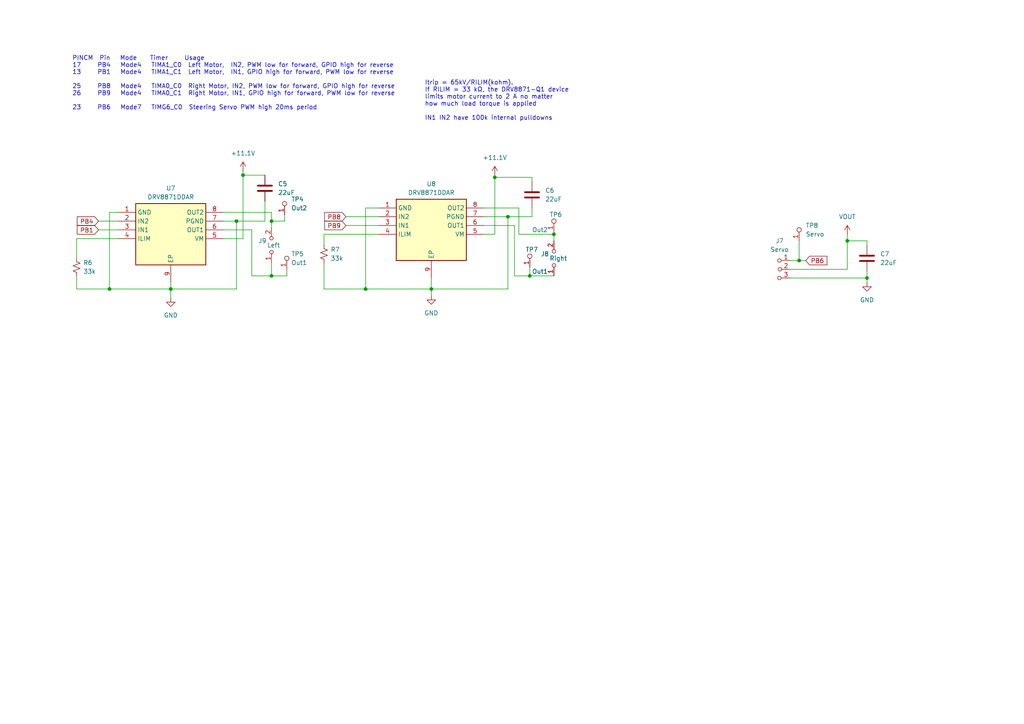
<source format=kicad_sch>
(kicad_sch
	(version 20250114)
	(generator "eeschema")
	(generator_version "9.0")
	(uuid "abd5037e-affc-4064-85a2-2d62607802c0")
	(paper "A4")
	(title_block
		(title "ECE445M Robot Board")
		(date "2025-12-23")
		(rev "v7")
		(company "The University of Texas at Austin")
		(comment 1 "Jonathan Valvano")
	)
	(lib_symbols
		(symbol "ECE445L:C_0805"
			(pin_numbers
				(hide yes)
			)
			(pin_names
				(offset 0.254)
			)
			(exclude_from_sim no)
			(in_bom yes)
			(on_board yes)
			(property "Reference" "C"
				(at 0.635 2.54 0)
				(effects
					(font
						(size 1.27 1.27)
					)
					(justify left)
				)
			)
			(property "Value" "C_0805"
				(at 0.635 -2.54 0)
				(effects
					(font
						(size 1.27 1.27)
					)
					(justify left)
				)
			)
			(property "Footprint" "ECE445L:C_0805_2012Metric"
				(at 0.9652 -3.81 0)
				(effects
					(font
						(size 1.27 1.27)
					)
					(hide yes)
				)
			)
			(property "Datasheet" "https://datasheets.kyocera-avx.com/cx5r-KGM.pdf"
				(at 0 0 0)
				(effects
					(font
						(size 1.27 1.27)
					)
					(hide yes)
				)
			)
			(property "Description" "Unpolarized capacitor"
				(at 0 0 0)
				(effects
					(font
						(size 1.27 1.27)
					)
					(hide yes)
				)
			)
			(property "LCSC" "C5186689"
				(at 0 0 0)
				(effects
					(font
						(size 1.27 1.27)
					)
					(hide yes)
				)
			)
			(property "ki_keywords" "cap capacitor"
				(at 0 0 0)
				(effects
					(font
						(size 1.27 1.27)
					)
					(hide yes)
				)
			)
			(property "ki_fp_filters" "C_*"
				(at 0 0 0)
				(effects
					(font
						(size 1.27 1.27)
					)
					(hide yes)
				)
			)
			(symbol "C_0805_0_1"
				(polyline
					(pts
						(xy -2.032 0.762) (xy 2.032 0.762)
					)
					(stroke
						(width 0.508)
						(type default)
					)
					(fill
						(type none)
					)
				)
				(polyline
					(pts
						(xy -2.032 -0.762) (xy 2.032 -0.762)
					)
					(stroke
						(width 0.508)
						(type default)
					)
					(fill
						(type none)
					)
				)
			)
			(symbol "C_0805_1_1"
				(pin passive line
					(at 0 3.81 270)
					(length 2.794)
					(name "~"
						(effects
							(font
								(size 1.27 1.27)
							)
						)
					)
					(number "1"
						(effects
							(font
								(size 1.27 1.27)
							)
						)
					)
				)
				(pin passive line
					(at 0 -3.81 90)
					(length 2.794)
					(name "~"
						(effects
							(font
								(size 1.27 1.27)
							)
						)
					)
					(number "2"
						(effects
							(font
								(size 1.27 1.27)
							)
						)
					)
				)
			)
			(embedded_fonts no)
		)
		(symbol "ECE445L:DRV8871DDAR"
			(exclude_from_sim no)
			(in_bom yes)
			(on_board yes)
			(property "Reference" "IC"
				(at 26.67 7.62 0)
				(effects
					(font
						(size 1.27 1.27)
					)
					(justify left top)
				)
			)
			(property "Value" "DRV8871DDAR"
				(at 26.67 5.08 0)
				(effects
					(font
						(size 1.27 1.27)
					)
					(justify left top)
				)
			)
			(property "Footprint" "ECE445L:SOIC127P600X170-9N"
				(at 26.67 -94.92 0)
				(effects
					(font
						(size 1.27 1.27)
					)
					(justify left top)
					(hide yes)
				)
			)
			(property "Datasheet" "http://www.ti.com/lit/gpn/drv8871"
				(at 26.67 -194.92 0)
				(effects
					(font
						(size 1.27 1.27)
					)
					(justify left top)
					(hide yes)
				)
			)
			(property "Description" "3.6A Brushed DC Motor Driver with Integrated Current Sensing (PWM Ctrl)"
				(at 0 0 0)
				(effects
					(font
						(size 1.27 1.27)
					)
					(hide yes)
				)
			)
			(property "Height" "1.7"
				(at 26.67 -394.92 0)
				(effects
					(font
						(size 1.27 1.27)
					)
					(justify left top)
					(hide yes)
				)
			)
			(property "Mouser Part Number" "595-DRV8871DDAR"
				(at 26.67 -494.92 0)
				(effects
					(font
						(size 1.27 1.27)
					)
					(justify left top)
					(hide yes)
				)
			)
			(property "Mouser Price/Stock" "https://www.mouser.com/Search/Refine.aspx?Keyword=595-DRV8871DDAR"
				(at 26.67 -594.92 0)
				(effects
					(font
						(size 1.27 1.27)
					)
					(justify left top)
					(hide yes)
				)
			)
			(property "Manufacturer_Name" "Texas Instruments"
				(at 26.67 -694.92 0)
				(effects
					(font
						(size 1.27 1.27)
					)
					(justify left top)
					(hide yes)
				)
			)
			(property "Manufacturer_Part_Number" "DRV8871DDAR"
				(at 26.67 -794.92 0)
				(effects
					(font
						(size 1.27 1.27)
					)
					(justify left top)
					(hide yes)
				)
			)
			(symbol "DRV8871DDAR_1_1"
				(rectangle
					(start 5.08 2.54)
					(end 25.4 -15.24)
					(stroke
						(width 0.254)
						(type default)
					)
					(fill
						(type background)
					)
				)
				(pin passive line
					(at 0 0 0)
					(length 5.08)
					(name "GND"
						(effects
							(font
								(size 1.27 1.27)
							)
						)
					)
					(number "1"
						(effects
							(font
								(size 1.27 1.27)
							)
						)
					)
				)
				(pin passive line
					(at 0 -2.54 0)
					(length 5.08)
					(name "IN2"
						(effects
							(font
								(size 1.27 1.27)
							)
						)
					)
					(number "2"
						(effects
							(font
								(size 1.27 1.27)
							)
						)
					)
				)
				(pin passive line
					(at 0 -5.08 0)
					(length 5.08)
					(name "IN1"
						(effects
							(font
								(size 1.27 1.27)
							)
						)
					)
					(number "3"
						(effects
							(font
								(size 1.27 1.27)
							)
						)
					)
				)
				(pin passive line
					(at 0 -7.62 0)
					(length 5.08)
					(name "ILIM"
						(effects
							(font
								(size 1.27 1.27)
							)
						)
					)
					(number "4"
						(effects
							(font
								(size 1.27 1.27)
							)
						)
					)
				)
				(pin passive line
					(at 15.24 -20.32 90)
					(length 5.08)
					(name "EP"
						(effects
							(font
								(size 1.27 1.27)
							)
						)
					)
					(number "9"
						(effects
							(font
								(size 1.27 1.27)
							)
						)
					)
				)
				(pin passive line
					(at 30.48 0 180)
					(length 5.08)
					(name "OUT2"
						(effects
							(font
								(size 1.27 1.27)
							)
						)
					)
					(number "8"
						(effects
							(font
								(size 1.27 1.27)
							)
						)
					)
				)
				(pin passive line
					(at 30.48 -2.54 180)
					(length 5.08)
					(name "PGND"
						(effects
							(font
								(size 1.27 1.27)
							)
						)
					)
					(number "7"
						(effects
							(font
								(size 1.27 1.27)
							)
						)
					)
				)
				(pin passive line
					(at 30.48 -5.08 180)
					(length 5.08)
					(name "OUT1"
						(effects
							(font
								(size 1.27 1.27)
							)
						)
					)
					(number "6"
						(effects
							(font
								(size 1.27 1.27)
							)
						)
					)
				)
				(pin passive line
					(at 30.48 -7.62 180)
					(length 5.08)
					(name "VM"
						(effects
							(font
								(size 1.27 1.27)
							)
						)
					)
					(number "5"
						(effects
							(font
								(size 1.27 1.27)
							)
						)
					)
				)
			)
			(embedded_fonts no)
		)
		(symbol "ECE445L:Header_3"
			(pin_names
				(offset 0)
				(hide yes)
			)
			(exclude_from_sim no)
			(in_bom yes)
			(on_board yes)
			(property "Reference" "J"
				(at 0 2.794 0)
				(effects
					(font
						(size 1.27 1.27)
					)
				)
			)
			(property "Value" "Header3"
				(at 0.635 -4.445 0)
				(effects
					(font
						(size 1.27 1.27)
					)
				)
			)
			(property "Footprint" "ECE445L:PinHeader_1x03_P2.54mm_Vertical"
				(at 0 5.08 0)
				(effects
					(font
						(size 1.27 1.27)
					)
					(hide yes)
				)
			)
			(property "Datasheet" "~"
				(at 0 0 0)
				(effects
					(font
						(size 1.27 1.27)
					)
					(hide yes)
				)
			)
			(property "Description" "Header, 3-pin"
				(at 0 0 0)
				(effects
					(font
						(size 1.27 1.27)
					)
					(hide yes)
				)
			)
			(property "ki_keywords" "Header"
				(at 0 0 0)
				(effects
					(font
						(size 1.27 1.27)
					)
					(hide yes)
				)
			)
			(property "ki_fp_filters" "Jumper* TestPoint*2Pads* TestPoint*Bridge*"
				(at 0 0 0)
				(effects
					(font
						(size 1.27 1.27)
					)
					(hide yes)
				)
			)
			(symbol "Header_3_0_0"
				(circle
					(center 1.905 2.54)
					(radius 0.508)
					(stroke
						(width 0)
						(type default)
					)
					(fill
						(type none)
					)
				)
			)
			(symbol "Header_3_1_0"
				(circle
					(center 1.905 -2.54)
					(radius 0.508)
					(stroke
						(width 0)
						(type default)
					)
					(fill
						(type none)
					)
				)
				(circle
					(center 2.032 0)
					(radius 0.508)
					(stroke
						(width 0)
						(type default)
					)
					(fill
						(type none)
					)
				)
			)
			(symbol "Header_3_1_1"
				(pin passive line
					(at 5.08 2.54 180)
					(length 2.54)
					(name "A"
						(effects
							(font
								(size 1.27 1.27)
							)
						)
					)
					(number "1"
						(effects
							(font
								(size 1.27 1.27)
							)
						)
					)
				)
				(pin passive line
					(at 5.08 0 180)
					(length 2.54)
					(name "B"
						(effects
							(font
								(size 1.27 1.27)
							)
						)
					)
					(number "2"
						(effects
							(font
								(size 1.27 1.27)
							)
						)
					)
				)
				(pin passive line
					(at 5.08 -2.54 180)
					(length 2.54)
					(name "C"
						(effects
							(font
								(size 1.27 1.27)
							)
						)
					)
					(number "3"
						(effects
							(font
								(size 1.27 1.27)
							)
						)
					)
				)
			)
			(embedded_fonts no)
		)
		(symbol "ECE445L:KK_396_2pin_vert"
			(pin_names
				(offset 0)
				(hide yes)
			)
			(exclude_from_sim no)
			(in_bom yes)
			(on_board yes)
			(property "Reference" "J"
				(at 0 2.794 0)
				(effects
					(font
						(size 1.27 1.27)
					)
				)
			)
			(property "Value" "KK-396"
				(at 0 -2.286 0)
				(effects
					(font
						(size 1.27 1.27)
					)
				)
			)
			(property "Footprint" "ECE445L:Molex_KK-396_5273-02A_1x02_P3.96mm_Vertical"
				(at 0 0 0)
				(effects
					(font
						(size 1.27 1.27)
					)
					(hide yes)
				)
			)
			(property "Datasheet" "~"
				(at 0 0 0)
				(effects
					(font
						(size 1.27 1.27)
					)
					(hide yes)
				)
			)
			(property "Description" "10A, Header, 2-pole"
				(at 0 0 0)
				(effects
					(font
						(size 1.27 1.27)
					)
					(hide yes)
				)
			)
			(property "ki_keywords" "Header"
				(at 0 0 0)
				(effects
					(font
						(size 1.27 1.27)
					)
					(hide yes)
				)
			)
			(property "ki_fp_filters" "Jumper* TestPoint*2Pads* TestPoint*Bridge*"
				(at 0 0 0)
				(effects
					(font
						(size 1.27 1.27)
					)
					(hide yes)
				)
			)
			(symbol "KK_396_2pin_vert_0_0"
				(circle
					(center -2.032 0)
					(radius 0.508)
					(stroke
						(width 0)
						(type default)
					)
					(fill
						(type none)
					)
				)
				(circle
					(center 2.032 0)
					(radius 0.508)
					(stroke
						(width 0)
						(type default)
					)
					(fill
						(type none)
					)
				)
			)
			(symbol "KK_396_2pin_vert_1_1"
				(pin passive line
					(at -5.08 0 0)
					(length 2.54)
					(name "A"
						(effects
							(font
								(size 1.27 1.27)
							)
						)
					)
					(number "1"
						(effects
							(font
								(size 1.27 1.27)
							)
						)
					)
				)
				(pin passive line
					(at 5.08 0 180)
					(length 2.54)
					(name "B"
						(effects
							(font
								(size 1.27 1.27)
							)
						)
					)
					(number "2"
						(effects
							(font
								(size 1.27 1.27)
							)
						)
					)
				)
			)
			(embedded_fonts no)
		)
		(symbol "ECE445L:R_0603"
			(pin_numbers
				(hide yes)
			)
			(pin_names
				(offset 0.254)
				(hide yes)
			)
			(exclude_from_sim no)
			(in_bom yes)
			(on_board yes)
			(property "Reference" "R"
				(at 0.762 0.508 0)
				(effects
					(font
						(size 1.27 1.27)
					)
					(justify left)
				)
			)
			(property "Value" "R_0603"
				(at 0.762 -1.016 0)
				(effects
					(font
						(size 1.27 1.27)
					)
					(justify left)
				)
			)
			(property "Footprint" "ECE445L:R_0603_1608Metric"
				(at 0 0 0)
				(effects
					(font
						(size 1.27 1.27)
					)
					(hide yes)
				)
			)
			(property "Datasheet" "https://users.ece.utexas.edu/~valvano/mspm0/CarbonFilmresistors.pdf"
				(at 0 0 0)
				(effects
					(font
						(size 1.27 1.27)
					)
					(hide yes)
				)
			)
			(property "Description" "Resistor, SM"
				(at 0 0 0)
				(effects
					(font
						(size 1.27 1.27)
					)
					(hide yes)
				)
			)
			(property "LCSC" "C340542"
				(at 0 0 0)
				(effects
					(font
						(size 1.27 1.27)
					)
					(hide yes)
				)
			)
			(property "ki_keywords" "r resistor"
				(at 0 0 0)
				(effects
					(font
						(size 1.27 1.27)
					)
					(hide yes)
				)
			)
			(property "ki_fp_filters" "R_*"
				(at 0 0 0)
				(effects
					(font
						(size 1.27 1.27)
					)
					(hide yes)
				)
			)
			(symbol "R_0603_1_1"
				(polyline
					(pts
						(xy 0 1.524) (xy 1.016 1.143) (xy 0 0.762) (xy -1.016 0.381) (xy 0 0)
					)
					(stroke
						(width 0)
						(type default)
					)
					(fill
						(type none)
					)
				)
				(polyline
					(pts
						(xy 0 0) (xy 1.016 -0.381) (xy 0 -0.762) (xy -1.016 -1.143) (xy 0 -1.524)
					)
					(stroke
						(width 0)
						(type default)
					)
					(fill
						(type none)
					)
				)
				(pin passive line
					(at 0 2.54 270)
					(length 1.016)
					(name "~"
						(effects
							(font
								(size 1.27 1.27)
							)
						)
					)
					(number "1"
						(effects
							(font
								(size 1.27 1.27)
							)
						)
					)
				)
				(pin passive line
					(at 0 -2.54 90)
					(length 1.016)
					(name "~"
						(effects
							(font
								(size 1.27 1.27)
							)
						)
					)
					(number "2"
						(effects
							(font
								(size 1.27 1.27)
							)
						)
					)
				)
			)
			(embedded_fonts no)
		)
		(symbol "ECE445L:Testpoint_1"
			(pin_names
				(offset 0)
				(hide yes)
			)
			(exclude_from_sim no)
			(in_bom yes)
			(on_board yes)
			(property "Reference" "TP"
				(at 0 2.794 0)
				(effects
					(font
						(size 1.27 1.27)
					)
				)
			)
			(property "Value" "TP"
				(at 0 -2.286 0)
				(effects
					(font
						(size 1.27 1.27)
					)
				)
			)
			(property "Footprint" "ECE445L:Testpoint_1x1"
				(at 0 5.715 0)
				(effects
					(font
						(size 1.27 1.27)
					)
					(hide yes)
				)
			)
			(property "Datasheet" "https://www.mouser.com/datasheet/3/201/1/5000-5004.PDF"
				(at 0 0 0)
				(effects
					(font
						(size 1.27 1.27)
					)
					(hide yes)
				)
			)
			(property "Description" "Keystone Testpoint"
				(at 0 0 0)
				(effects
					(font
						(size 1.27 1.27)
					)
					(hide yes)
				)
			)
			(property "Digikey" "36-5000-ND, 36-5001-ND, 36-5002-ND , 36-5003-ND 36-5004-ND 36-5116-ND 36-5117-ND "
				(at 0 0 0)
				(effects
					(font
						(size 1.27 1.27)
					)
					(hide yes)
				)
			)
			(property "Mouser" "534-5000, 534-5001, 534-5002 , 534-5003 534-5004 534-5116 534-5117"
				(at 0 0 0)
				(effects
					(font
						(size 1.27 1.27)
					)
					(hide yes)
				)
			)
			(property "ki_keywords" "Testpoint"
				(at 0 0 0)
				(effects
					(font
						(size 1.27 1.27)
					)
					(hide yes)
				)
			)
			(property "ki_fp_filters" "Jumper* TestPoint*2Pads* TestPoint*Bridge*"
				(at 0 0 0)
				(effects
					(font
						(size 1.27 1.27)
					)
					(hide yes)
				)
			)
			(symbol "Testpoint_1_0_1"
				(circle
					(center -1.905 3.175)
					(radius 0.635)
					(stroke
						(width 0)
						(type default)
					)
					(fill
						(type none)
					)
				)
			)
			(symbol "Testpoint_1_1_1"
				(pin passive line
					(at -1.905 0 90)
					(length 2.54)
					(name "A"
						(effects
							(font
								(size 1.27 1.27)
							)
						)
					)
					(number "1"
						(effects
							(font
								(size 1.27 1.27)
							)
						)
					)
				)
			)
			(embedded_fonts no)
		)
		(symbol "power:+5V"
			(power)
			(pin_numbers
				(hide yes)
			)
			(pin_names
				(offset 0)
				(hide yes)
			)
			(exclude_from_sim no)
			(in_bom yes)
			(on_board yes)
			(property "Reference" "#PWR"
				(at 0 -3.81 0)
				(effects
					(font
						(size 1.27 1.27)
					)
					(hide yes)
				)
			)
			(property "Value" "+5V"
				(at 0 3.556 0)
				(effects
					(font
						(size 1.27 1.27)
					)
				)
			)
			(property "Footprint" ""
				(at 0 0 0)
				(effects
					(font
						(size 1.27 1.27)
					)
					(hide yes)
				)
			)
			(property "Datasheet" ""
				(at 0 0 0)
				(effects
					(font
						(size 1.27 1.27)
					)
					(hide yes)
				)
			)
			(property "Description" "Power symbol creates a global label with name \"+5V\""
				(at 0 0 0)
				(effects
					(font
						(size 1.27 1.27)
					)
					(hide yes)
				)
			)
			(property "ki_keywords" "global power"
				(at 0 0 0)
				(effects
					(font
						(size 1.27 1.27)
					)
					(hide yes)
				)
			)
			(symbol "+5V_0_1"
				(polyline
					(pts
						(xy -0.762 1.27) (xy 0 2.54)
					)
					(stroke
						(width 0)
						(type default)
					)
					(fill
						(type none)
					)
				)
				(polyline
					(pts
						(xy 0 2.54) (xy 0.762 1.27)
					)
					(stroke
						(width 0)
						(type default)
					)
					(fill
						(type none)
					)
				)
				(polyline
					(pts
						(xy 0 0) (xy 0 2.54)
					)
					(stroke
						(width 0)
						(type default)
					)
					(fill
						(type none)
					)
				)
			)
			(symbol "+5V_1_1"
				(pin power_in line
					(at 0 0 90)
					(length 0)
					(name "~"
						(effects
							(font
								(size 1.27 1.27)
							)
						)
					)
					(number "1"
						(effects
							(font
								(size 1.27 1.27)
							)
						)
					)
				)
			)
			(embedded_fonts no)
		)
		(symbol "power:GND"
			(power)
			(pin_names
				(offset 0)
			)
			(exclude_from_sim no)
			(in_bom yes)
			(on_board yes)
			(property "Reference" "#PWR"
				(at 0 -6.35 0)
				(effects
					(font
						(size 1.27 1.27)
					)
					(hide yes)
				)
			)
			(property "Value" "GND"
				(at 0 -3.81 0)
				(effects
					(font
						(size 1.27 1.27)
					)
				)
			)
			(property "Footprint" ""
				(at 0 0 0)
				(effects
					(font
						(size 1.27 1.27)
					)
					(hide yes)
				)
			)
			(property "Datasheet" ""
				(at 0 0 0)
				(effects
					(font
						(size 1.27 1.27)
					)
					(hide yes)
				)
			)
			(property "Description" "Power symbol creates a global label with name \"GND\" , ground"
				(at 0 0 0)
				(effects
					(font
						(size 1.27 1.27)
					)
					(hide yes)
				)
			)
			(property "ki_keywords" "global power"
				(at 0 0 0)
				(effects
					(font
						(size 1.27 1.27)
					)
					(hide yes)
				)
			)
			(symbol "GND_0_1"
				(polyline
					(pts
						(xy 0 0) (xy 0 -1.27) (xy 1.27 -1.27) (xy 0 -2.54) (xy -1.27 -1.27) (xy 0 -1.27)
					)
					(stroke
						(width 0)
						(type default)
					)
					(fill
						(type none)
					)
				)
			)
			(symbol "GND_1_1"
				(pin power_in line
					(at 0 0 270)
					(length 0)
					(hide yes)
					(name "GND"
						(effects
							(font
								(size 1.27 1.27)
							)
						)
					)
					(number "1"
						(effects
							(font
								(size 1.27 1.27)
							)
						)
					)
				)
			)
			(embedded_fonts no)
		)
	)
	(text "PINCM  Pin   Mode    Timer     Usage\n17     PB4   Mode4   TIMA1_C0  Left Motor,  IN2, PWM low for forward, GPIO high for reverse \n13     PB1   Mode4   TIMA1_C1  Left Motor,  IN1, GPIO high for forward, PWM low for reverse  \n\n25     PB8   Mode4   TIMA0_C0  Right Motor, IN2, PWM low for forward, GPIO high for reverse   \n26     PB9   Mode4   TIMA0_C1  Right Motor, IN1, GPIO high for forward, PWM low for reverse \n\n23     PB6   Mode7   TIMG6_C0  Steering Servo PWM high 20ms period"
		(exclude_from_sim no)
		(at 20.955 24.13 0)
		(effects
			(font
				(size 1.27 1.27)
			)
			(justify left)
		)
		(uuid "65aa04c3-81ea-4e17-8ff6-fbe40bfa09f8")
	)
	(text "Itrip = 65kV/RILIM(kohm). \nIf RILIM = 33 kΩ, the DRV8871-Q1 device \nlimits motor current to 2 A no matter \nhow much load torque is applied\n\nIN1 IN2 have 100k internal pulldowns\n"
		(exclude_from_sim no)
		(at 123.19 29.21 0)
		(effects
			(font
				(size 1.27 1.27)
			)
			(justify left)
		)
		(uuid "6cd233b9-5875-4f86-86d9-5edeccaef1da")
	)
	(junction
		(at 78.74 80.01)
		(diameter 0)
		(color 0 0 0 0)
		(uuid "00888e02-7985-4d94-9f8b-138ccea0d0da")
	)
	(junction
		(at 106.045 83.82)
		(diameter 0)
		(color 0 0 0 0)
		(uuid "2b02c024-8305-42f8-8081-ae8445cf326a")
	)
	(junction
		(at 160.655 67.945)
		(diameter 0)
		(color 0 0 0 0)
		(uuid "328dde4b-f9d0-4650-9b69-fb4a3e73d885")
	)
	(junction
		(at 49.53 83.82)
		(diameter 0)
		(color 0 0 0 0)
		(uuid "40df0429-af87-4ee4-8651-d1c2e4c47f22")
	)
	(junction
		(at 31.75 83.82)
		(diameter 0)
		(color 0 0 0 0)
		(uuid "4714820c-56c7-4e8d-b4cb-c4e4b825f95d")
	)
	(junction
		(at 251.46 80.645)
		(diameter 0)
		(color 0 0 0 0)
		(uuid "6691af09-340e-46ea-9d84-1e6e811799da")
	)
	(junction
		(at 68.58 64.135)
		(diameter 0)
		(color 0 0 0 0)
		(uuid "6f91b9b7-d710-41c7-9283-fa2e8fb22187")
	)
	(junction
		(at 245.745 69.85)
		(diameter 0)
		(color 0 0 0 0)
		(uuid "8e8af773-3de9-4e2e-8acf-88f313b09609")
	)
	(junction
		(at 153.67 80.01)
		(diameter 0)
		(color 0 0 0 0)
		(uuid "a1f9782e-5ed8-438d-a46b-25a35d58b1ce")
	)
	(junction
		(at 231.775 75.565)
		(diameter 0)
		(color 0 0 0 0)
		(uuid "ab83ed1e-eb09-4d75-9e9d-37aef91d69b4")
	)
	(junction
		(at 147.32 62.865)
		(diameter 0)
		(color 0 0 0 0)
		(uuid "be7fdd80-e8c0-491c-90eb-beaa64e1b0a6")
	)
	(junction
		(at 143.51 51.435)
		(diameter 0)
		(color 0 0 0 0)
		(uuid "c5c858a0-b406-4eea-9d92-13f9e8f3edab")
	)
	(junction
		(at 125.095 83.82)
		(diameter 0)
		(color 0 0 0 0)
		(uuid "dd9108ea-ea72-47e1-9f0d-1e6aa99763df")
	)
	(junction
		(at 70.485 50.8)
		(diameter 0)
		(color 0 0 0 0)
		(uuid "ed310d87-7200-470f-99ab-2b1239126b3a")
	)
	(junction
		(at 78.74 64.135)
		(diameter 0)
		(color 0 0 0 0)
		(uuid "fcbd3bdb-461d-4602-b84c-10f0212609e9")
	)
	(wire
		(pts
			(xy 153.67 80.01) (xy 160.655 80.01)
		)
		(stroke
			(width 0)
			(type default)
		)
		(uuid "0400d4f5-96cf-44a3-8cb7-8677865c1943")
	)
	(wire
		(pts
			(xy 149.225 65.405) (xy 149.225 80.01)
		)
		(stroke
			(width 0)
			(type default)
		)
		(uuid "04093ff6-1007-4cef-8162-00d39702e8d6")
	)
	(wire
		(pts
			(xy 68.58 64.135) (xy 76.835 64.135)
		)
		(stroke
			(width 0)
			(type default)
		)
		(uuid "05f0a696-e416-4479-af67-9ed45e337f55")
	)
	(wire
		(pts
			(xy 231.775 75.565) (xy 233.68 75.565)
		)
		(stroke
			(width 0)
			(type default)
		)
		(uuid "06c14c8c-e8d2-48ae-9c3c-eece93588d25")
	)
	(wire
		(pts
			(xy 140.335 62.865) (xy 147.32 62.865)
		)
		(stroke
			(width 0)
			(type default)
		)
		(uuid "0cda8fce-3025-483d-9ada-309b10f09563")
	)
	(wire
		(pts
			(xy 22.225 74.93) (xy 22.225 69.215)
		)
		(stroke
			(width 0)
			(type default)
		)
		(uuid "0f74ac2c-8ef3-4a5f-9f2b-647732d94a7e")
	)
	(wire
		(pts
			(xy 64.77 61.595) (xy 78.74 61.595)
		)
		(stroke
			(width 0)
			(type default)
		)
		(uuid "12f83e04-7c5a-4f53-9e08-3764dd9d4a6e")
	)
	(wire
		(pts
			(xy 125.095 83.82) (xy 125.095 85.725)
		)
		(stroke
			(width 0)
			(type default)
		)
		(uuid "1829a329-bf83-40d4-bb9d-2046aa90f72a")
	)
	(wire
		(pts
			(xy 160.655 67.31) (xy 160.655 67.945)
		)
		(stroke
			(width 0)
			(type default)
		)
		(uuid "19166e54-efb5-4ede-9899-5e23fb16869f")
	)
	(wire
		(pts
			(xy 251.46 78.74) (xy 251.46 80.645)
		)
		(stroke
			(width 0)
			(type default)
		)
		(uuid "1b14b370-0b67-45fd-ae56-f36f0d7c8395")
	)
	(wire
		(pts
			(xy 143.51 67.945) (xy 143.51 51.435)
		)
		(stroke
			(width 0)
			(type default)
		)
		(uuid "274282ad-0b4d-4bd7-bf13-e65df24a4a78")
	)
	(wire
		(pts
			(xy 245.745 78.105) (xy 245.745 69.85)
		)
		(stroke
			(width 0)
			(type default)
		)
		(uuid "2a903e8a-ca3b-4c11-a28f-184a6206ea92")
	)
	(wire
		(pts
			(xy 150.495 60.325) (xy 140.335 60.325)
		)
		(stroke
			(width 0)
			(type default)
		)
		(uuid "34001849-d9fb-4f74-85de-2f031bffaa70")
	)
	(wire
		(pts
			(xy 100.33 62.865) (xy 109.855 62.865)
		)
		(stroke
			(width 0)
			(type default)
		)
		(uuid "36e1e5ad-ab2a-4c10-a632-9fbb872ee8f2")
	)
	(wire
		(pts
			(xy 100.33 65.405) (xy 109.855 65.405)
		)
		(stroke
			(width 0)
			(type default)
		)
		(uuid "3726dc94-a21a-4893-a2ca-8e974bb5bc2a")
	)
	(wire
		(pts
			(xy 93.98 67.945) (xy 93.98 71.12)
		)
		(stroke
			(width 0)
			(type default)
		)
		(uuid "37429cc2-41b9-439b-8ef3-17798a75cb2c")
	)
	(wire
		(pts
			(xy 70.485 50.8) (xy 76.835 50.8)
		)
		(stroke
			(width 0)
			(type default)
		)
		(uuid "3bce0f6d-b693-4090-b458-71b401cb7ee7")
	)
	(wire
		(pts
			(xy 229.235 78.105) (xy 245.745 78.105)
		)
		(stroke
			(width 0)
			(type default)
		)
		(uuid "40dd58ed-bf2c-4096-9494-712227e40574")
	)
	(wire
		(pts
			(xy 73.025 80.01) (xy 78.74 80.01)
		)
		(stroke
			(width 0)
			(type default)
		)
		(uuid "418ad59f-acf9-48ef-94bf-3b826c07c840")
	)
	(wire
		(pts
			(xy 93.98 76.2) (xy 93.98 83.82)
		)
		(stroke
			(width 0)
			(type default)
		)
		(uuid "4509399b-9528-4701-9ccd-cb1ee647a224")
	)
	(wire
		(pts
			(xy 78.74 64.135) (xy 78.74 66.04)
		)
		(stroke
			(width 0)
			(type default)
		)
		(uuid "4e51b2d8-a62a-400a-bab1-f4a4d5b88a74")
	)
	(wire
		(pts
			(xy 28.575 64.135) (xy 34.29 64.135)
		)
		(stroke
			(width 0)
			(type default)
		)
		(uuid "50d903f2-627e-4ddb-a490-fd19cfd8301a")
	)
	(wire
		(pts
			(xy 109.855 60.325) (xy 106.045 60.325)
		)
		(stroke
			(width 0)
			(type default)
		)
		(uuid "52e38450-13c8-49d5-9ed1-67620237110d")
	)
	(wire
		(pts
			(xy 125.095 80.645) (xy 125.095 83.82)
		)
		(stroke
			(width 0)
			(type default)
		)
		(uuid "581fafca-210d-4ee4-af91-a6de0dc34f15")
	)
	(wire
		(pts
			(xy 149.225 80.01) (xy 153.67 80.01)
		)
		(stroke
			(width 0)
			(type default)
		)
		(uuid "590c18e3-b006-4f40-8c7c-fa043a1a0afe")
	)
	(wire
		(pts
			(xy 231.775 69.85) (xy 231.775 75.565)
		)
		(stroke
			(width 0)
			(type default)
		)
		(uuid "5d29f3ea-d7d8-47f4-b5dd-f5a586cbad82")
	)
	(wire
		(pts
			(xy 143.51 51.435) (xy 143.51 50.8)
		)
		(stroke
			(width 0)
			(type default)
		)
		(uuid "5dba9490-cae0-4729-8246-0853528070e6")
	)
	(wire
		(pts
			(xy 93.98 83.82) (xy 106.045 83.82)
		)
		(stroke
			(width 0)
			(type default)
		)
		(uuid "60ffacf0-77db-44cc-a3c0-a8d6244e4798")
	)
	(wire
		(pts
			(xy 106.045 60.325) (xy 106.045 83.82)
		)
		(stroke
			(width 0)
			(type default)
		)
		(uuid "656eaa44-5032-4e18-924e-d8ba6ad24a8a")
	)
	(wire
		(pts
			(xy 22.225 80.01) (xy 22.225 83.82)
		)
		(stroke
			(width 0)
			(type default)
		)
		(uuid "67cf348e-72fa-4450-be39-682c90315ab7")
	)
	(wire
		(pts
			(xy 73.025 66.675) (xy 73.025 80.01)
		)
		(stroke
			(width 0)
			(type default)
		)
		(uuid "67d349d7-f521-48a6-94ee-e23b35b62f6b")
	)
	(wire
		(pts
			(xy 147.32 62.865) (xy 147.32 83.82)
		)
		(stroke
			(width 0)
			(type default)
		)
		(uuid "68537854-2d11-4288-ae9a-d2bdf7c38a3e")
	)
	(wire
		(pts
			(xy 68.58 83.82) (xy 49.53 83.82)
		)
		(stroke
			(width 0)
			(type default)
		)
		(uuid "685bfd61-97fd-45a3-a2ef-e4d971a0730f")
	)
	(wire
		(pts
			(xy 78.74 80.01) (xy 83.185 80.01)
		)
		(stroke
			(width 0)
			(type default)
		)
		(uuid "6927d8cb-75ff-49c0-a4bf-adca770e1a06")
	)
	(wire
		(pts
			(xy 154.305 60.325) (xy 154.305 62.865)
		)
		(stroke
			(width 0)
			(type default)
		)
		(uuid "69fe7bc8-36e3-4320-b2f3-ed691cf0a226")
	)
	(wire
		(pts
			(xy 140.335 67.945) (xy 143.51 67.945)
		)
		(stroke
			(width 0)
			(type default)
		)
		(uuid "72d16746-5372-44ca-af9a-704880e57bb0")
	)
	(wire
		(pts
			(xy 229.235 80.645) (xy 251.46 80.645)
		)
		(stroke
			(width 0)
			(type default)
		)
		(uuid "7bbefaff-93fc-41f0-a68a-bfe5bb7e48d8")
	)
	(wire
		(pts
			(xy 64.77 66.675) (xy 73.025 66.675)
		)
		(stroke
			(width 0)
			(type default)
		)
		(uuid "7ca97cdd-82ca-421a-bdaa-091a652582b1")
	)
	(wire
		(pts
			(xy 22.225 69.215) (xy 34.29 69.215)
		)
		(stroke
			(width 0)
			(type default)
		)
		(uuid "80b969d4-9b81-4588-95e0-594a0d767b70")
	)
	(wire
		(pts
			(xy 22.225 83.82) (xy 31.75 83.82)
		)
		(stroke
			(width 0)
			(type default)
		)
		(uuid "8cb7f51f-e862-4ef0-a811-02f1d8dcca16")
	)
	(wire
		(pts
			(xy 153.67 77.47) (xy 153.67 80.01)
		)
		(stroke
			(width 0)
			(type default)
		)
		(uuid "8cfc648e-fcdf-4bd6-9574-f0f575b563dd")
	)
	(wire
		(pts
			(xy 106.045 83.82) (xy 125.095 83.82)
		)
		(stroke
			(width 0)
			(type default)
		)
		(uuid "8d098d93-c7ae-484b-a658-19405e42d3d9")
	)
	(wire
		(pts
			(xy 125.095 83.82) (xy 147.32 83.82)
		)
		(stroke
			(width 0)
			(type default)
		)
		(uuid "910cc1ce-2e0a-4c48-8d68-43c84784a320")
	)
	(wire
		(pts
			(xy 150.495 67.945) (xy 150.495 60.325)
		)
		(stroke
			(width 0)
			(type default)
		)
		(uuid "9164e798-3721-4e07-b33f-10ec1099c16f")
	)
	(wire
		(pts
			(xy 229.235 75.565) (xy 231.775 75.565)
		)
		(stroke
			(width 0)
			(type default)
		)
		(uuid "91e86570-420b-4883-bdb4-fa7a0d5b39bc")
	)
	(wire
		(pts
			(xy 31.75 61.595) (xy 31.75 83.82)
		)
		(stroke
			(width 0)
			(type default)
		)
		(uuid "9e090f83-267a-41a5-bd87-303ec5a9aae0")
	)
	(wire
		(pts
			(xy 251.46 69.85) (xy 245.745 69.85)
		)
		(stroke
			(width 0)
			(type default)
		)
		(uuid "a094af26-623b-4e13-89ee-7ccd8f616d23")
	)
	(wire
		(pts
			(xy 34.29 61.595) (xy 31.75 61.595)
		)
		(stroke
			(width 0)
			(type default)
		)
		(uuid "a115e881-1fc0-49e6-a0a5-4b513debb615")
	)
	(wire
		(pts
			(xy 109.855 67.945) (xy 93.98 67.945)
		)
		(stroke
			(width 0)
			(type default)
		)
		(uuid "a1fc460c-878c-4acb-99fe-7add34749b7f")
	)
	(wire
		(pts
			(xy 70.485 50.8) (xy 70.485 49.53)
		)
		(stroke
			(width 0)
			(type default)
		)
		(uuid "a2544d15-4093-4e36-9554-fdee116c9926")
	)
	(wire
		(pts
			(xy 49.53 83.82) (xy 49.53 86.36)
		)
		(stroke
			(width 0)
			(type default)
		)
		(uuid "a8b21118-832b-49fe-a012-1427cc6d8d91")
	)
	(wire
		(pts
			(xy 70.485 69.215) (xy 70.485 50.8)
		)
		(stroke
			(width 0)
			(type default)
		)
		(uuid "b119cead-520d-4692-9616-49f0ffd982f2")
	)
	(wire
		(pts
			(xy 64.77 64.135) (xy 68.58 64.135)
		)
		(stroke
			(width 0)
			(type default)
		)
		(uuid "b24b46c1-48bd-495c-bf52-7b6f9ef5dd21")
	)
	(wire
		(pts
			(xy 154.305 52.705) (xy 154.305 51.435)
		)
		(stroke
			(width 0)
			(type default)
		)
		(uuid "b5cabb6d-6755-4842-9f06-a71de45c6737")
	)
	(wire
		(pts
			(xy 83.185 80.01) (xy 83.185 78.105)
		)
		(stroke
			(width 0)
			(type default)
		)
		(uuid "b7641e28-794e-4d3f-9256-64e0e502b2a8")
	)
	(wire
		(pts
			(xy 140.335 65.405) (xy 149.225 65.405)
		)
		(stroke
			(width 0)
			(type default)
		)
		(uuid "b8f46cf6-18b3-4f39-bede-ae95159f9833")
	)
	(wire
		(pts
			(xy 28.575 66.675) (xy 34.29 66.675)
		)
		(stroke
			(width 0)
			(type default)
		)
		(uuid "c8380d38-99c1-4de3-8a32-bab7e6472c1d")
	)
	(wire
		(pts
			(xy 143.51 51.435) (xy 154.305 51.435)
		)
		(stroke
			(width 0)
			(type default)
		)
		(uuid "c9ca35ca-e455-4f81-ae0e-487af7f4a88b")
	)
	(wire
		(pts
			(xy 82.55 64.135) (xy 78.74 64.135)
		)
		(stroke
			(width 0)
			(type default)
		)
		(uuid "cc6c44b8-1043-4dd5-b54d-8dea60ea0ad9")
	)
	(wire
		(pts
			(xy 245.745 69.85) (xy 245.745 67.945)
		)
		(stroke
			(width 0)
			(type default)
		)
		(uuid "d316ab19-6e3d-4e2a-9d0a-0f445d0814c5")
	)
	(wire
		(pts
			(xy 154.305 62.865) (xy 147.32 62.865)
		)
		(stroke
			(width 0)
			(type default)
		)
		(uuid "d3657adc-b44a-46d7-b858-1545d74e1210")
	)
	(wire
		(pts
			(xy 68.58 64.135) (xy 68.58 83.82)
		)
		(stroke
			(width 0)
			(type default)
		)
		(uuid "d8abe099-9c7d-406a-9f92-8ad6af50b13d")
	)
	(wire
		(pts
			(xy 160.655 67.945) (xy 150.495 67.945)
		)
		(stroke
			(width 0)
			(type default)
		)
		(uuid "dc04db7a-1858-45b3-8c33-2c1913905352")
	)
	(wire
		(pts
			(xy 78.74 80.01) (xy 78.74 76.2)
		)
		(stroke
			(width 0)
			(type default)
		)
		(uuid "e0bb70ba-c567-4931-b71d-528bd775018f")
	)
	(wire
		(pts
			(xy 76.835 64.135) (xy 76.835 58.42)
		)
		(stroke
			(width 0)
			(type default)
		)
		(uuid "e57e8a2d-8ca2-4abc-a107-3447d299369c")
	)
	(wire
		(pts
			(xy 160.655 69.85) (xy 160.655 67.945)
		)
		(stroke
			(width 0)
			(type default)
		)
		(uuid "eb0a9e88-15ea-4584-a54b-ff397f50faea")
	)
	(wire
		(pts
			(xy 49.53 81.915) (xy 49.53 83.82)
		)
		(stroke
			(width 0)
			(type default)
		)
		(uuid "eb632145-5e8b-4e1a-ab49-04427f930d8d")
	)
	(wire
		(pts
			(xy 251.46 71.12) (xy 251.46 69.85)
		)
		(stroke
			(width 0)
			(type default)
		)
		(uuid "ed1899e1-8e1a-47fb-942c-98fafb53af01")
	)
	(wire
		(pts
			(xy 31.75 83.82) (xy 49.53 83.82)
		)
		(stroke
			(width 0)
			(type default)
		)
		(uuid "ed8e55e0-d562-45b7-99ba-1dbffa21c019")
	)
	(wire
		(pts
			(xy 82.55 62.23) (xy 82.55 64.135)
		)
		(stroke
			(width 0)
			(type default)
		)
		(uuid "f0e82add-37cf-481d-a6cf-ffa669dc1e31")
	)
	(wire
		(pts
			(xy 78.74 61.595) (xy 78.74 64.135)
		)
		(stroke
			(width 0)
			(type default)
		)
		(uuid "f2250cc8-6c6b-40f6-a16f-07bc6b3af230")
	)
	(wire
		(pts
			(xy 251.46 80.645) (xy 251.46 81.915)
		)
		(stroke
			(width 0)
			(type default)
		)
		(uuid "f33e182e-8f30-432b-b76f-3bcbd0fcdbf1")
	)
	(wire
		(pts
			(xy 64.77 69.215) (xy 70.485 69.215)
		)
		(stroke
			(width 0)
			(type default)
		)
		(uuid "ff19335c-c7f4-4daa-936a-64627fe25cb3")
	)
	(global_label "PB4"
		(shape input)
		(at 28.575 64.135 180)
		(fields_autoplaced yes)
		(effects
			(font
				(size 1.27 1.27)
			)
			(justify right)
		)
		(uuid "41a25c13-eee2-48d6-b319-708346fd4e67")
		(property "Intersheetrefs" "${INTERSHEET_REFS}"
			(at 21.8403 64.135 0)
			(effects
				(font
					(size 1.27 1.27)
				)
				(justify right)
				(hide yes)
			)
		)
	)
	(global_label "PB6"
		(shape input)
		(at 233.68 75.565 0)
		(fields_autoplaced yes)
		(effects
			(font
				(size 1.27 1.27)
			)
			(justify left)
		)
		(uuid "4274b43d-0a1e-4596-9584-09eb5aa52a7c")
		(property "Intersheetrefs" "${INTERSHEET_REFS}"
			(at 240.4147 75.565 0)
			(effects
				(font
					(size 1.27 1.27)
				)
				(justify left)
				(hide yes)
			)
		)
	)
	(global_label "PB1"
		(shape input)
		(at 28.575 66.675 180)
		(fields_autoplaced yes)
		(effects
			(font
				(size 1.27 1.27)
			)
			(justify right)
		)
		(uuid "43f4fac4-7f26-49df-84d4-8ce9fb9148b9")
		(property "Intersheetrefs" "${INTERSHEET_REFS}"
			(at 21.8403 66.675 0)
			(effects
				(font
					(size 1.27 1.27)
				)
				(justify right)
				(hide yes)
			)
		)
	)
	(global_label "PB9"
		(shape input)
		(at 100.33 65.405 180)
		(fields_autoplaced yes)
		(effects
			(font
				(size 1.27 1.27)
			)
			(justify right)
		)
		(uuid "78ee1cf9-b81c-4bea-9a10-37672f463fb9")
		(property "Intersheetrefs" "${INTERSHEET_REFS}"
			(at 93.5953 65.405 0)
			(effects
				(font
					(size 1.27 1.27)
				)
				(justify right)
				(hide yes)
			)
		)
	)
	(global_label "PB8"
		(shape input)
		(at 100.33 62.865 180)
		(fields_autoplaced yes)
		(effects
			(font
				(size 1.27 1.27)
			)
			(justify right)
		)
		(uuid "8571b703-7d7c-4d30-ad17-8343aeb04069")
		(property "Intersheetrefs" "${INTERSHEET_REFS}"
			(at 93.5953 62.865 0)
			(effects
				(font
					(size 1.27 1.27)
				)
				(justify right)
				(hide yes)
			)
		)
	)
	(symbol
		(lib_id "ECE445L:Testpoint_1")
		(at 162.56 67.31 0)
		(unit 1)
		(exclude_from_sim no)
		(in_bom yes)
		(on_board yes)
		(dnp no)
		(uuid "05303da5-dab4-4bca-8be2-854ad06db36d")
		(property "Reference" "TP6"
			(at 159.385 62.23 0)
			(effects
				(font
					(size 1.27 1.27)
				)
				(justify left)
			)
		)
		(property "Value" "Out2"
			(at 154.305 66.675 0)
			(effects
				(font
					(size 1.27 1.27)
				)
				(justify left)
			)
		)
		(property "Footprint" "ECE445L:Testpoint_1x1"
			(at 162.56 61.595 0)
			(effects
				(font
					(size 1.27 1.27)
				)
				(hide yes)
			)
		)
		(property "Datasheet" "https://www.mouser.com/datasheet/3/201/1/5000-5004.PDF"
			(at 162.56 67.31 0)
			(effects
				(font
					(size 1.27 1.27)
				)
				(hide yes)
			)
		)
		(property "Description" "Keystone Testpoint"
			(at 162.56 67.31 0)
			(effects
				(font
					(size 1.27 1.27)
				)
				(hide yes)
			)
		)
		(property "Digikey" "36-5000-ND, 36-5001-ND, 36-5002-ND , 36-5003-ND 36-5004-ND 36-5116-ND 36-5117-ND "
			(at 162.56 67.31 0)
			(effects
				(font
					(size 1.27 1.27)
				)
				(hide yes)
			)
		)
		(property "Mouser" "534-5000, 534-5001, 534-5002 , 534-5003 534-5004 534-5116 534-5117"
			(at 162.56 67.31 0)
			(effects
				(font
					(size 1.27 1.27)
				)
				(hide yes)
			)
		)
		(pin "1"
			(uuid "ff662ee5-cd06-434e-bbae-a6c6861b5e4d")
		)
		(instances
			(project ""
				(path "/69b823fd-c065-40ff-9bb9-c5835555f3eb/254d022a-d2b0-4213-9045-4b3a9ad0a0fa"
					(reference "TP6")
					(unit 1)
				)
			)
		)
	)
	(symbol
		(lib_id "ECE445L:DRV8871DDAR")
		(at 34.29 61.595 0)
		(unit 1)
		(exclude_from_sim no)
		(in_bom yes)
		(on_board yes)
		(dnp no)
		(fields_autoplaced yes)
		(uuid "16770497-d42d-4d31-ba1d-37c36728b59c")
		(property "Reference" "U7"
			(at 49.53 54.61 0)
			(effects
				(font
					(size 1.27 1.27)
				)
			)
		)
		(property "Value" "DRV8871DDAR"
			(at 49.53 57.15 0)
			(effects
				(font
					(size 1.27 1.27)
				)
			)
		)
		(property "Footprint" "ECE445L:SOIC127P600X170-9N"
			(at 60.96 156.515 0)
			(effects
				(font
					(size 1.27 1.27)
				)
				(justify left top)
				(hide yes)
			)
		)
		(property "Datasheet" "http://www.ti.com/lit/gpn/drv8871"
			(at 60.96 256.515 0)
			(effects
				(font
					(size 1.27 1.27)
				)
				(justify left top)
				(hide yes)
			)
		)
		(property "Description" "3.6A Brushed DC Motor Driver with Integrated Current Sensing (PWM Ctrl)"
			(at 34.29 61.595 0)
			(effects
				(font
					(size 1.27 1.27)
				)
				(hide yes)
			)
		)
		(property "Height" "1.7"
			(at 60.96 456.515 0)
			(effects
				(font
					(size 1.27 1.27)
				)
				(justify left top)
				(hide yes)
			)
		)
		(property "Mouser Part Number" "595-DRV8871DDAR"
			(at 60.96 556.515 0)
			(effects
				(font
					(size 1.27 1.27)
				)
				(justify left top)
				(hide yes)
			)
		)
		(property "Mouser Price/Stock" "https://www.mouser.com/Search/Refine.aspx?Keyword=595-DRV8871DDAR"
			(at 60.96 656.515 0)
			(effects
				(font
					(size 1.27 1.27)
				)
				(justify left top)
				(hide yes)
			)
		)
		(property "Manufacturer_Name" "Texas Instruments"
			(at 60.96 756.515 0)
			(effects
				(font
					(size 1.27 1.27)
				)
				(justify left top)
				(hide yes)
			)
		)
		(property "Manufacturer_Part_Number" "DRV8871DDAR"
			(at 60.96 856.515 0)
			(effects
				(font
					(size 1.27 1.27)
				)
				(justify left top)
				(hide yes)
			)
		)
		(pin "9"
			(uuid "f5492c3a-9f39-4039-940a-d334e9e57026")
		)
		(pin "6"
			(uuid "b98fe1c5-cf9e-4749-9ae6-3d30254b9510")
		)
		(pin "3"
			(uuid "e5e70ff0-e9c0-4a7a-8538-f9d1821cb2c9")
		)
		(pin "4"
			(uuid "02b04692-f7a9-4bcd-98e9-f1b40f3a28c1")
		)
		(pin "5"
			(uuid "17ad2678-d3fd-4026-b491-c19a2fd5febe")
		)
		(pin "1"
			(uuid "0c74f062-cb8a-4e9f-89db-6e2c2b42e8ea")
		)
		(pin "8"
			(uuid "163d5877-aeb0-48ac-8ab1-1e9cdc86d14d")
		)
		(pin "2"
			(uuid "606cbe7c-f79f-4804-9696-d9b4863dbf86")
		)
		(pin "7"
			(uuid "ee7a1a4d-d0d5-4e21-ab2e-76e716a9664a")
		)
		(instances
			(project ""
				(path "/69b823fd-c065-40ff-9bb9-c5835555f3eb/254d022a-d2b0-4213-9045-4b3a9ad0a0fa"
					(reference "U7")
					(unit 1)
				)
			)
		)
	)
	(symbol
		(lib_id "ECE445L:KK_396_2pin_vert")
		(at 160.655 74.93 90)
		(unit 1)
		(exclude_from_sim no)
		(in_bom yes)
		(on_board yes)
		(dnp no)
		(uuid "2ee658e3-8445-4c42-aa7c-3b633b0331e4")
		(property "Reference" "J8"
			(at 156.845 73.66 90)
			(effects
				(font
					(size 1.27 1.27)
				)
				(justify right)
			)
		)
		(property "Value" "Right"
			(at 159.385 74.93 90)
			(effects
				(font
					(size 1.27 1.27)
				)
				(justify right)
			)
		)
		(property "Footprint" "ECE445L:Molex_KK-396_5273-02A_1x02_P3.96mm_Vertical"
			(at 160.655 74.93 0)
			(effects
				(font
					(size 1.27 1.27)
				)
				(hide yes)
			)
		)
		(property "Datasheet" "~"
			(at 160.655 74.93 0)
			(effects
				(font
					(size 1.27 1.27)
				)
				(hide yes)
			)
		)
		(property "Description" "10A, Header, 2-pole"
			(at 160.655 74.93 0)
			(effects
				(font
					(size 1.27 1.27)
				)
				(hide yes)
			)
		)
		(pin "1"
			(uuid "8be71417-f2a0-4542-b9f4-a9ceb6dc9e88")
		)
		(pin "2"
			(uuid "d41085c6-7731-4762-a928-78c3fb91bd76")
		)
		(instances
			(project ""
				(path "/69b823fd-c065-40ff-9bb9-c5835555f3eb/254d022a-d2b0-4213-9045-4b3a9ad0a0fa"
					(reference "J8")
					(unit 1)
				)
			)
		)
	)
	(symbol
		(lib_id "ECE445L:R_0603")
		(at 93.98 73.66 0)
		(unit 1)
		(exclude_from_sim no)
		(in_bom yes)
		(on_board yes)
		(dnp no)
		(fields_autoplaced yes)
		(uuid "311c5181-cd44-440b-8807-c825d2609ecc")
		(property "Reference" "R7"
			(at 95.885 72.3899 0)
			(effects
				(font
					(size 1.27 1.27)
				)
				(justify left)
			)
		)
		(property "Value" "33k"
			(at 95.885 74.9299 0)
			(effects
				(font
					(size 1.27 1.27)
				)
				(justify left)
			)
		)
		(property "Footprint" "ECE445L:R_0603_1608Metric"
			(at 93.98 73.66 0)
			(effects
				(font
					(size 1.27 1.27)
				)
				(hide yes)
			)
		)
		(property "Datasheet" "https://users.ece.utexas.edu/~valvano/mspm0/CarbonFilmresistors.pdf"
			(at 93.98 73.66 0)
			(effects
				(font
					(size 1.27 1.27)
				)
				(hide yes)
			)
		)
		(property "Description" "Resistor, SM"
			(at 93.98 73.66 0)
			(effects
				(font
					(size 1.27 1.27)
				)
				(hide yes)
			)
		)
		(property "LCSC" "C340542"
			(at 93.98 73.66 0)
			(effects
				(font
					(size 1.27 1.27)
				)
				(hide yes)
			)
		)
		(pin "1"
			(uuid "5f34ad48-aff7-4d66-804c-e10c4f699391")
		)
		(pin "2"
			(uuid "fe134edb-5b1e-4972-a191-d6aab56b6a17")
		)
		(instances
			(project "MotorBoard"
				(path "/69b823fd-c065-40ff-9bb9-c5835555f3eb/254d022a-d2b0-4213-9045-4b3a9ad0a0fa"
					(reference "R7")
					(unit 1)
				)
			)
		)
	)
	(symbol
		(lib_id "ECE445L:DRV8871DDAR")
		(at 109.855 60.325 0)
		(unit 1)
		(exclude_from_sim no)
		(in_bom yes)
		(on_board yes)
		(dnp no)
		(fields_autoplaced yes)
		(uuid "39ab3336-417e-4a52-8ff0-f7090d367b88")
		(property "Reference" "U8"
			(at 125.095 53.34 0)
			(effects
				(font
					(size 1.27 1.27)
				)
			)
		)
		(property "Value" "DRV8871DDAR"
			(at 125.095 55.88 0)
			(effects
				(font
					(size 1.27 1.27)
				)
			)
		)
		(property "Footprint" "ECE445L:SOIC127P600X170-9N"
			(at 136.525 155.245 0)
			(effects
				(font
					(size 1.27 1.27)
				)
				(justify left top)
				(hide yes)
			)
		)
		(property "Datasheet" "http://www.ti.com/lit/gpn/drv8871"
			(at 136.525 255.245 0)
			(effects
				(font
					(size 1.27 1.27)
				)
				(justify left top)
				(hide yes)
			)
		)
		(property "Description" "3.6A Brushed DC Motor Driver with Integrated Current Sensing (PWM Ctrl)"
			(at 109.855 60.325 0)
			(effects
				(font
					(size 1.27 1.27)
				)
				(hide yes)
			)
		)
		(property "Height" "1.7"
			(at 136.525 455.245 0)
			(effects
				(font
					(size 1.27 1.27)
				)
				(justify left top)
				(hide yes)
			)
		)
		(property "Mouser Part Number" "595-DRV8871DDAR"
			(at 136.525 555.245 0)
			(effects
				(font
					(size 1.27 1.27)
				)
				(justify left top)
				(hide yes)
			)
		)
		(property "Mouser Price/Stock" "https://www.mouser.com/Search/Refine.aspx?Keyword=595-DRV8871DDAR"
			(at 136.525 655.245 0)
			(effects
				(font
					(size 1.27 1.27)
				)
				(justify left top)
				(hide yes)
			)
		)
		(property "Manufacturer_Name" "Texas Instruments"
			(at 136.525 755.245 0)
			(effects
				(font
					(size 1.27 1.27)
				)
				(justify left top)
				(hide yes)
			)
		)
		(property "Manufacturer_Part_Number" "DRV8871DDAR"
			(at 136.525 855.245 0)
			(effects
				(font
					(size 1.27 1.27)
				)
				(justify left top)
				(hide yes)
			)
		)
		(pin "5"
			(uuid "d5ff6354-0d38-4bdf-8b1a-b065dd75dbf6")
		)
		(pin "7"
			(uuid "b21d44ab-5226-4a5a-8f17-237e44546a5e")
		)
		(pin "6"
			(uuid "bd19bee1-ddf7-4649-98c9-560b1f39d8a4")
		)
		(pin "2"
			(uuid "a17e3993-6731-449a-8c7c-51b2018d843c")
		)
		(pin "1"
			(uuid "23020b36-41e3-4186-9a0a-86c4fcbbc28e")
		)
		(pin "4"
			(uuid "f1e74e64-2715-4220-9643-d3c8bc72d9fb")
		)
		(pin "9"
			(uuid "41425e4d-9e26-41e0-b5e2-722b124efb30")
		)
		(pin "3"
			(uuid "97632ffb-4ec3-4237-8766-439be6dee453")
		)
		(pin "8"
			(uuid "b49f32f7-8b75-4887-a3d5-562bd831cbe7")
		)
		(instances
			(project ""
				(path "/69b823fd-c065-40ff-9bb9-c5835555f3eb/254d022a-d2b0-4213-9045-4b3a9ad0a0fa"
					(reference "U8")
					(unit 1)
				)
			)
		)
	)
	(symbol
		(lib_id "power:+5V")
		(at 70.485 49.53 0)
		(unit 1)
		(exclude_from_sim no)
		(in_bom yes)
		(on_board yes)
		(dnp no)
		(fields_autoplaced yes)
		(uuid "405db2aa-1b47-436b-85c3-6af2dca0cd7e")
		(property "Reference" "#PWR017"
			(at 70.485 53.34 0)
			(effects
				(font
					(size 1.27 1.27)
				)
				(hide yes)
			)
		)
		(property "Value" "+11.1V"
			(at 70.485 44.45 0)
			(effects
				(font
					(size 1.27 1.27)
				)
			)
		)
		(property "Footprint" ""
			(at 70.485 49.53 0)
			(effects
				(font
					(size 1.27 1.27)
				)
				(hide yes)
			)
		)
		(property "Datasheet" ""
			(at 70.485 49.53 0)
			(effects
				(font
					(size 1.27 1.27)
				)
				(hide yes)
			)
		)
		(property "Description" ""
			(at 70.485 49.53 0)
			(effects
				(font
					(size 1.27 1.27)
				)
			)
		)
		(pin "1"
			(uuid "68d946a4-b71e-4ddc-9d53-b587ce69fe88")
		)
		(instances
			(project "MotorBoard"
				(path "/69b823fd-c065-40ff-9bb9-c5835555f3eb/254d022a-d2b0-4213-9045-4b3a9ad0a0fa"
					(reference "#PWR017")
					(unit 1)
				)
			)
		)
	)
	(symbol
		(lib_id "ECE445L:Testpoint_1")
		(at 233.68 69.85 0)
		(unit 1)
		(exclude_from_sim no)
		(in_bom yes)
		(on_board yes)
		(dnp no)
		(fields_autoplaced yes)
		(uuid "4f9019c5-4807-4669-838a-1ccd4ee002df")
		(property "Reference" "TP8"
			(at 233.68 65.4049 0)
			(effects
				(font
					(size 1.27 1.27)
				)
				(justify left)
			)
		)
		(property "Value" "Servo"
			(at 233.68 67.9449 0)
			(effects
				(font
					(size 1.27 1.27)
				)
				(justify left)
			)
		)
		(property "Footprint" "ECE445L:Testpoint_1x1"
			(at 233.68 64.135 0)
			(effects
				(font
					(size 1.27 1.27)
				)
				(hide yes)
			)
		)
		(property "Datasheet" "https://www.mouser.com/datasheet/3/201/1/5000-5004.PDF"
			(at 233.68 69.85 0)
			(effects
				(font
					(size 1.27 1.27)
				)
				(hide yes)
			)
		)
		(property "Description" "Keystone Testpoint"
			(at 233.68 69.85 0)
			(effects
				(font
					(size 1.27 1.27)
				)
				(hide yes)
			)
		)
		(property "Digikey" "36-5000-ND, 36-5001-ND, 36-5002-ND , 36-5003-ND 36-5004-ND 36-5116-ND 36-5117-ND "
			(at 233.68 69.85 0)
			(effects
				(font
					(size 1.27 1.27)
				)
				(hide yes)
			)
		)
		(property "Mouser" "534-5000, 534-5001, 534-5002 , 534-5003 534-5004 534-5116 534-5117"
			(at 233.68 69.85 0)
			(effects
				(font
					(size 1.27 1.27)
				)
				(hide yes)
			)
		)
		(pin "1"
			(uuid "fcfa8489-0ec1-4167-958a-025b126880b9")
		)
		(instances
			(project "MotorBoard"
				(path "/69b823fd-c065-40ff-9bb9-c5835555f3eb/254d022a-d2b0-4213-9045-4b3a9ad0a0fa"
					(reference "TP8")
					(unit 1)
				)
			)
		)
	)
	(symbol
		(lib_id "power:GND")
		(at 251.46 81.915 0)
		(unit 1)
		(exclude_from_sim no)
		(in_bom yes)
		(on_board yes)
		(dnp no)
		(fields_autoplaced yes)
		(uuid "52343db8-a3b4-4e93-851e-03939d825917")
		(property "Reference" "#PWR03"
			(at 251.46 88.265 0)
			(effects
				(font
					(size 1.27 1.27)
				)
				(hide yes)
			)
		)
		(property "Value" "GND"
			(at 251.46 86.995 0)
			(effects
				(font
					(size 1.27 1.27)
				)
			)
		)
		(property "Footprint" ""
			(at 251.46 81.915 0)
			(effects
				(font
					(size 1.27 1.27)
				)
				(hide yes)
			)
		)
		(property "Datasheet" ""
			(at 251.46 81.915 0)
			(effects
				(font
					(size 1.27 1.27)
				)
				(hide yes)
			)
		)
		(property "Description" ""
			(at 251.46 81.915 0)
			(effects
				(font
					(size 1.27 1.27)
				)
			)
		)
		(pin "1"
			(uuid "3a8dd6cd-c974-482f-8dbc-1dbc0cdf7553")
		)
		(instances
			(project "SensorBoard"
				(path "/69b823fd-c065-40ff-9bb9-c5835555f3eb/0b55c4e6-4421-48db-a6f2-ebdce5b50484"
					(reference "#PWR03")
					(unit 1)
				)
				(path "/69b823fd-c065-40ff-9bb9-c5835555f3eb/254d022a-d2b0-4213-9045-4b3a9ad0a0fa"
					(reference "#PWR03")
					(unit 1)
				)
			)
		)
	)
	(symbol
		(lib_id "power:+5V")
		(at 245.745 67.945 0)
		(unit 1)
		(exclude_from_sim no)
		(in_bom yes)
		(on_board yes)
		(dnp no)
		(fields_autoplaced yes)
		(uuid "5267a5f0-3371-4d5c-b506-252a13a15cb4")
		(property "Reference" "#PWR04"
			(at 245.745 71.755 0)
			(effects
				(font
					(size 1.27 1.27)
				)
				(hide yes)
			)
		)
		(property "Value" "VOUT"
			(at 245.745 62.865 0)
			(effects
				(font
					(size 1.27 1.27)
				)
			)
		)
		(property "Footprint" ""
			(at 245.745 67.945 0)
			(effects
				(font
					(size 1.27 1.27)
				)
				(hide yes)
			)
		)
		(property "Datasheet" ""
			(at 245.745 67.945 0)
			(effects
				(font
					(size 1.27 1.27)
				)
				(hide yes)
			)
		)
		(property "Description" ""
			(at 245.745 67.945 0)
			(effects
				(font
					(size 1.27 1.27)
				)
			)
		)
		(pin "1"
			(uuid "bf76c2a7-1fd0-4a31-8f65-93f0814f41ef")
		)
		(instances
			(project "MotorBoard"
				(path "/69b823fd-c065-40ff-9bb9-c5835555f3eb/254d022a-d2b0-4213-9045-4b3a9ad0a0fa"
					(reference "#PWR04")
					(unit 1)
				)
			)
		)
	)
	(symbol
		(lib_id "power:+5V")
		(at 143.51 50.8 0)
		(unit 1)
		(exclude_from_sim no)
		(in_bom yes)
		(on_board yes)
		(dnp no)
		(fields_autoplaced yes)
		(uuid "60135994-fcec-4d96-8671-2d6d2dc1feb5")
		(property "Reference" "#PWR019"
			(at 143.51 54.61 0)
			(effects
				(font
					(size 1.27 1.27)
				)
				(hide yes)
			)
		)
		(property "Value" "+11.1V"
			(at 143.51 45.72 0)
			(effects
				(font
					(size 1.27 1.27)
				)
			)
		)
		(property "Footprint" ""
			(at 143.51 50.8 0)
			(effects
				(font
					(size 1.27 1.27)
				)
				(hide yes)
			)
		)
		(property "Datasheet" ""
			(at 143.51 50.8 0)
			(effects
				(font
					(size 1.27 1.27)
				)
				(hide yes)
			)
		)
		(property "Description" ""
			(at 143.51 50.8 0)
			(effects
				(font
					(size 1.27 1.27)
				)
			)
		)
		(pin "1"
			(uuid "b9f6f832-06fb-4e5d-a0d2-71ee5ee919de")
		)
		(instances
			(project "MotorBoard"
				(path "/69b823fd-c065-40ff-9bb9-c5835555f3eb/254d022a-d2b0-4213-9045-4b3a9ad0a0fa"
					(reference "#PWR019")
					(unit 1)
				)
			)
		)
	)
	(symbol
		(lib_id "power:GND")
		(at 125.095 85.725 0)
		(unit 1)
		(exclude_from_sim no)
		(in_bom yes)
		(on_board yes)
		(dnp no)
		(fields_autoplaced yes)
		(uuid "750021eb-9073-4b21-85d3-6109cd2f0603")
		(property "Reference" "#PWR01"
			(at 125.095 92.075 0)
			(effects
				(font
					(size 1.27 1.27)
				)
				(hide yes)
			)
		)
		(property "Value" "GND"
			(at 125.095 90.805 0)
			(effects
				(font
					(size 1.27 1.27)
				)
			)
		)
		(property "Footprint" ""
			(at 125.095 85.725 0)
			(effects
				(font
					(size 1.27 1.27)
				)
				(hide yes)
			)
		)
		(property "Datasheet" ""
			(at 125.095 85.725 0)
			(effects
				(font
					(size 1.27 1.27)
				)
				(hide yes)
			)
		)
		(property "Description" ""
			(at 125.095 85.725 0)
			(effects
				(font
					(size 1.27 1.27)
				)
			)
		)
		(pin "1"
			(uuid "7feccf39-0a69-4699-8500-cd9f000745f2")
		)
		(instances
			(project "MotorBoard"
				(path "/69b823fd-c065-40ff-9bb9-c5835555f3eb/254d022a-d2b0-4213-9045-4b3a9ad0a0fa"
					(reference "#PWR01")
					(unit 1)
				)
			)
		)
	)
	(symbol
		(lib_id "ECE445L:C_0805")
		(at 251.46 74.93 0)
		(unit 1)
		(exclude_from_sim no)
		(in_bom yes)
		(on_board yes)
		(dnp no)
		(fields_autoplaced yes)
		(uuid "8e6c9739-4ef1-40c7-bf9a-e99e91fcdad8")
		(property "Reference" "C7"
			(at 255.27 73.6599 0)
			(effects
				(font
					(size 1.27 1.27)
				)
				(justify left)
			)
		)
		(property "Value" "22uF"
			(at 255.27 76.1999 0)
			(effects
				(font
					(size 1.27 1.27)
				)
				(justify left)
			)
		)
		(property "Footprint" "ECE445L:C_0805_2012Metric"
			(at 252.4252 78.74 0)
			(effects
				(font
					(size 1.27 1.27)
				)
				(hide yes)
			)
		)
		(property "Datasheet" "https://datasheets.kyocera-avx.com/cx5r-KGM.pdf"
			(at 251.46 74.93 0)
			(effects
				(font
					(size 1.27 1.27)
				)
				(hide yes)
			)
		)
		(property "Description" "Unpolarized capacitor"
			(at 251.46 74.93 0)
			(effects
				(font
					(size 1.27 1.27)
				)
				(hide yes)
			)
		)
		(property "LCSC" "C5186689"
			(at 251.46 74.93 0)
			(effects
				(font
					(size 1.27 1.27)
				)
				(hide yes)
			)
		)
		(pin "1"
			(uuid "5e2f0bfc-a606-4af1-90ff-cb40f9592539")
		)
		(pin "2"
			(uuid "e83e0a56-b42b-4143-8288-1312ced83c1f")
		)
		(instances
			(project ""
				(path "/69b823fd-c065-40ff-9bb9-c5835555f3eb/254d022a-d2b0-4213-9045-4b3a9ad0a0fa"
					(reference "C7")
					(unit 1)
				)
			)
		)
	)
	(symbol
		(lib_id "ECE445L:Testpoint_1")
		(at 84.455 62.23 0)
		(unit 1)
		(exclude_from_sim no)
		(in_bom yes)
		(on_board yes)
		(dnp no)
		(fields_autoplaced yes)
		(uuid "9cfa2332-c584-428d-ba87-c631d9842093")
		(property "Reference" "TP4"
			(at 84.455 57.7849 0)
			(effects
				(font
					(size 1.27 1.27)
				)
				(justify left)
			)
		)
		(property "Value" "Out2"
			(at 84.455 60.3249 0)
			(effects
				(font
					(size 1.27 1.27)
				)
				(justify left)
			)
		)
		(property "Footprint" "ECE445L:Testpoint_1x1"
			(at 84.455 56.515 0)
			(effects
				(font
					(size 1.27 1.27)
				)
				(hide yes)
			)
		)
		(property "Datasheet" "https://www.mouser.com/datasheet/3/201/1/5000-5004.PDF"
			(at 84.455 62.23 0)
			(effects
				(font
					(size 1.27 1.27)
				)
				(hide yes)
			)
		)
		(property "Description" "Keystone Testpoint"
			(at 84.455 62.23 0)
			(effects
				(font
					(size 1.27 1.27)
				)
				(hide yes)
			)
		)
		(property "Digikey" "36-5000-ND, 36-5001-ND, 36-5002-ND , 36-5003-ND 36-5004-ND 36-5116-ND 36-5117-ND "
			(at 84.455 62.23 0)
			(effects
				(font
					(size 1.27 1.27)
				)
				(hide yes)
			)
		)
		(property "Mouser" "534-5000, 534-5001, 534-5002 , 534-5003 534-5004 534-5116 534-5117"
			(at 84.455 62.23 0)
			(effects
				(font
					(size 1.27 1.27)
				)
				(hide yes)
			)
		)
		(pin "1"
			(uuid "b5146bd4-58f9-410f-bb69-43b1b4395dbd")
		)
		(instances
			(project ""
				(path "/69b823fd-c065-40ff-9bb9-c5835555f3eb/254d022a-d2b0-4213-9045-4b3a9ad0a0fa"
					(reference "TP4")
					(unit 1)
				)
			)
		)
	)
	(symbol
		(lib_id "power:GND")
		(at 49.53 86.36 0)
		(unit 1)
		(exclude_from_sim no)
		(in_bom yes)
		(on_board yes)
		(dnp no)
		(fields_autoplaced yes)
		(uuid "a510bfc1-417d-4678-aab5-e352016d82af")
		(property "Reference" "#PWR0103"
			(at 49.53 92.71 0)
			(effects
				(font
					(size 1.27 1.27)
				)
				(hide yes)
			)
		)
		(property "Value" "GND"
			(at 49.53 91.44 0)
			(effects
				(font
					(size 1.27 1.27)
				)
			)
		)
		(property "Footprint" ""
			(at 49.53 86.36 0)
			(effects
				(font
					(size 1.27 1.27)
				)
				(hide yes)
			)
		)
		(property "Datasheet" ""
			(at 49.53 86.36 0)
			(effects
				(font
					(size 1.27 1.27)
				)
				(hide yes)
			)
		)
		(property "Description" ""
			(at 49.53 86.36 0)
			(effects
				(font
					(size 1.27 1.27)
				)
			)
		)
		(pin "1"
			(uuid "c0210664-79ec-4e80-8ed5-933877c306a4")
		)
		(instances
			(project "SensorBoard"
				(path "/69b823fd-c065-40ff-9bb9-c5835555f3eb/0b55c4e6-4421-48db-a6f2-ebdce5b50484"
					(reference "#PWR02")
					(unit 1)
				)
				(path "/69b823fd-c065-40ff-9bb9-c5835555f3eb/254d022a-d2b0-4213-9045-4b3a9ad0a0fa"
					(reference "#PWR0103")
					(unit 1)
				)
			)
		)
	)
	(symbol
		(lib_id "ECE445L:KK_396_2pin_vert")
		(at 78.74 71.12 90)
		(unit 1)
		(exclude_from_sim no)
		(in_bom yes)
		(on_board yes)
		(dnp no)
		(uuid "a61e4f39-d957-4717-9e03-466d3107e944")
		(property "Reference" "J9"
			(at 74.93 69.85 90)
			(effects
				(font
					(size 1.27 1.27)
				)
				(justify right)
			)
		)
		(property "Value" "Left"
			(at 77.47 71.12 90)
			(effects
				(font
					(size 1.27 1.27)
				)
				(justify right)
			)
		)
		(property "Footprint" "ECE445L:Molex_KK-396_5273-02A_1x02_P3.96mm_Vertical"
			(at 78.74 71.12 0)
			(effects
				(font
					(size 1.27 1.27)
				)
				(hide yes)
			)
		)
		(property "Datasheet" "~"
			(at 78.74 71.12 0)
			(effects
				(font
					(size 1.27 1.27)
				)
				(hide yes)
			)
		)
		(property "Description" "10A, Header, 2-pole"
			(at 78.74 71.12 0)
			(effects
				(font
					(size 1.27 1.27)
				)
				(hide yes)
			)
		)
		(pin "1"
			(uuid "c09f519a-b2ad-434c-9dc9-18488ece2ca0")
		)
		(pin "2"
			(uuid "4d51674d-3bdc-4051-9d96-d262fa15f12a")
		)
		(instances
			(project ""
				(path "/69b823fd-c065-40ff-9bb9-c5835555f3eb/254d022a-d2b0-4213-9045-4b3a9ad0a0fa"
					(reference "J9")
					(unit 1)
				)
			)
		)
	)
	(symbol
		(lib_id "ECE445L:C_0805")
		(at 154.305 56.515 0)
		(unit 1)
		(exclude_from_sim no)
		(in_bom yes)
		(on_board yes)
		(dnp no)
		(fields_autoplaced yes)
		(uuid "ada5d069-204c-4cb3-aad0-395cb6f994b7")
		(property "Reference" "C6"
			(at 158.115 55.2449 0)
			(effects
				(font
					(size 1.27 1.27)
				)
				(justify left)
			)
		)
		(property "Value" "22uF"
			(at 158.115 57.7849 0)
			(effects
				(font
					(size 1.27 1.27)
				)
				(justify left)
			)
		)
		(property "Footprint" "ECE445L:C_0805_2012Metric"
			(at 155.2702 60.325 0)
			(effects
				(font
					(size 1.27 1.27)
				)
				(hide yes)
			)
		)
		(property "Datasheet" "https://datasheets.kyocera-avx.com/cx5r-KGM.pdf"
			(at 154.305 56.515 0)
			(effects
				(font
					(size 1.27 1.27)
				)
				(hide yes)
			)
		)
		(property "Description" "Unpolarized capacitor"
			(at 154.305 56.515 0)
			(effects
				(font
					(size 1.27 1.27)
				)
				(hide yes)
			)
		)
		(property "LCSC" "C5186689"
			(at 154.305 56.515 0)
			(effects
				(font
					(size 1.27 1.27)
				)
				(hide yes)
			)
		)
		(pin "1"
			(uuid "e1495605-bc76-4143-afab-9bc5909cc0c8")
		)
		(pin "2"
			(uuid "398672ad-b95a-4d0f-bad8-26f8bf92b91e")
		)
		(instances
			(project "MotorBoard"
				(path "/69b823fd-c065-40ff-9bb9-c5835555f3eb/254d022a-d2b0-4213-9045-4b3a9ad0a0fa"
					(reference "C6")
					(unit 1)
				)
			)
		)
	)
	(symbol
		(lib_id "ECE445L:Testpoint_1")
		(at 155.575 77.47 0)
		(unit 1)
		(exclude_from_sim no)
		(in_bom yes)
		(on_board yes)
		(dnp no)
		(uuid "b7c8a78e-e0de-4722-a4f6-7fe085810322")
		(property "Reference" "TP7"
			(at 152.4 72.39 0)
			(effects
				(font
					(size 1.27 1.27)
				)
				(justify left)
			)
		)
		(property "Value" "Out1"
			(at 154.305 78.74 0)
			(effects
				(font
					(size 1.27 1.27)
				)
				(justify left)
			)
		)
		(property "Footprint" "ECE445L:Testpoint_1x1"
			(at 155.575 71.755 0)
			(effects
				(font
					(size 1.27 1.27)
				)
				(hide yes)
			)
		)
		(property "Datasheet" "https://www.mouser.com/datasheet/3/201/1/5000-5004.PDF"
			(at 155.575 77.47 0)
			(effects
				(font
					(size 1.27 1.27)
				)
				(hide yes)
			)
		)
		(property "Description" "Keystone Testpoint"
			(at 155.575 77.47 0)
			(effects
				(font
					(size 1.27 1.27)
				)
				(hide yes)
			)
		)
		(property "Digikey" "36-5000-ND, 36-5001-ND, 36-5002-ND , 36-5003-ND 36-5004-ND 36-5116-ND 36-5117-ND "
			(at 155.575 77.47 0)
			(effects
				(font
					(size 1.27 1.27)
				)
				(hide yes)
			)
		)
		(property "Mouser" "534-5000, 534-5001, 534-5002 , 534-5003 534-5004 534-5116 534-5117"
			(at 155.575 77.47 0)
			(effects
				(font
					(size 1.27 1.27)
				)
				(hide yes)
			)
		)
		(pin "1"
			(uuid "3c01519d-7131-47a5-8ba0-82540fb69aa0")
		)
		(instances
			(project ""
				(path "/69b823fd-c065-40ff-9bb9-c5835555f3eb/254d022a-d2b0-4213-9045-4b3a9ad0a0fa"
					(reference "TP7")
					(unit 1)
				)
			)
		)
	)
	(symbol
		(lib_id "ECE445L:Testpoint_1")
		(at 85.09 78.105 0)
		(unit 1)
		(exclude_from_sim no)
		(in_bom yes)
		(on_board yes)
		(dnp no)
		(fields_autoplaced yes)
		(uuid "b8655a42-d60e-4027-aa0e-cf803c538e5c")
		(property "Reference" "TP5"
			(at 84.455 73.6599 0)
			(effects
				(font
					(size 1.27 1.27)
				)
				(justify left)
			)
		)
		(property "Value" "Out1"
			(at 84.455 76.1999 0)
			(effects
				(font
					(size 1.27 1.27)
				)
				(justify left)
			)
		)
		(property "Footprint" "ECE445L:Testpoint_1x1"
			(at 85.09 72.39 0)
			(effects
				(font
					(size 1.27 1.27)
				)
				(hide yes)
			)
		)
		(property "Datasheet" "https://www.mouser.com/datasheet/3/201/1/5000-5004.PDF"
			(at 85.09 78.105 0)
			(effects
				(font
					(size 1.27 1.27)
				)
				(hide yes)
			)
		)
		(property "Description" "Keystone Testpoint"
			(at 85.09 78.105 0)
			(effects
				(font
					(size 1.27 1.27)
				)
				(hide yes)
			)
		)
		(property "Digikey" "36-5000-ND, 36-5001-ND, 36-5002-ND , 36-5003-ND 36-5004-ND 36-5116-ND 36-5117-ND "
			(at 85.09 78.105 0)
			(effects
				(font
					(size 1.27 1.27)
				)
				(hide yes)
			)
		)
		(property "Mouser" "534-5000, 534-5001, 534-5002 , 534-5003 534-5004 534-5116 534-5117"
			(at 85.09 78.105 0)
			(effects
				(font
					(size 1.27 1.27)
				)
				(hide yes)
			)
		)
		(pin "1"
			(uuid "3f078ca9-7bbc-4402-a876-218a622dbd0c")
		)
		(instances
			(project ""
				(path "/69b823fd-c065-40ff-9bb9-c5835555f3eb/254d022a-d2b0-4213-9045-4b3a9ad0a0fa"
					(reference "TP5")
					(unit 1)
				)
			)
		)
	)
	(symbol
		(lib_id "ECE445L:C_0805")
		(at 76.835 54.61 0)
		(unit 1)
		(exclude_from_sim no)
		(in_bom yes)
		(on_board yes)
		(dnp no)
		(fields_autoplaced yes)
		(uuid "c79b190f-8610-4be8-be4c-e8575c146db4")
		(property "Reference" "C5"
			(at 80.645 53.3399 0)
			(effects
				(font
					(size 1.27 1.27)
				)
				(justify left)
			)
		)
		(property "Value" "22uF"
			(at 80.645 55.8799 0)
			(effects
				(font
					(size 1.27 1.27)
				)
				(justify left)
			)
		)
		(property "Footprint" "ECE445L:C_0805_2012Metric"
			(at 77.8002 58.42 0)
			(effects
				(font
					(size 1.27 1.27)
				)
				(hide yes)
			)
		)
		(property "Datasheet" "https://datasheets.kyocera-avx.com/cx5r-KGM.pdf"
			(at 76.835 54.61 0)
			(effects
				(font
					(size 1.27 1.27)
				)
				(hide yes)
			)
		)
		(property "Description" "Unpolarized capacitor"
			(at 76.835 54.61 0)
			(effects
				(font
					(size 1.27 1.27)
				)
				(hide yes)
			)
		)
		(property "LCSC" "C5186689"
			(at 76.835 54.61 0)
			(effects
				(font
					(size 1.27 1.27)
				)
				(hide yes)
			)
		)
		(pin "1"
			(uuid "4625ce82-28f9-4559-8ba2-d7fcf61ae675")
		)
		(pin "2"
			(uuid "4f5e23ea-4792-4211-bcc0-75056ff5302b")
		)
		(instances
			(project "MotorBoard"
				(path "/69b823fd-c065-40ff-9bb9-c5835555f3eb/254d022a-d2b0-4213-9045-4b3a9ad0a0fa"
					(reference "C5")
					(unit 1)
				)
			)
		)
	)
	(symbol
		(lib_id "ECE445L:Header_3")
		(at 224.155 78.105 0)
		(unit 1)
		(exclude_from_sim no)
		(in_bom yes)
		(on_board yes)
		(dnp no)
		(fields_autoplaced yes)
		(uuid "e54a5028-4bb7-4267-b8ca-cc95a80aefab")
		(property "Reference" "J7"
			(at 226.1235 69.85 0)
			(effects
				(font
					(size 1.27 1.27)
				)
			)
		)
		(property "Value" "Servo"
			(at 226.1235 72.39 0)
			(effects
				(font
					(size 1.27 1.27)
				)
			)
		)
		(property "Footprint" "ECE445L:PinHeader_1x03_P2.54mm_Vertical"
			(at 224.155 73.025 0)
			(effects
				(font
					(size 1.27 1.27)
				)
				(hide yes)
			)
		)
		(property "Datasheet" "~"
			(at 224.155 78.105 0)
			(effects
				(font
					(size 1.27 1.27)
				)
				(hide yes)
			)
		)
		(property "Description" "Header, 3-pin"
			(at 224.155 78.105 0)
			(effects
				(font
					(size 1.27 1.27)
				)
				(hide yes)
			)
		)
		(pin "2"
			(uuid "f2e83ab5-9fe6-4e67-bfde-5965e171b997")
		)
		(pin "1"
			(uuid "7dedfc1b-0568-48c2-9c99-b1daed586fb9")
		)
		(pin "3"
			(uuid "e98fc711-d0dc-4441-aeff-b51290828624")
		)
		(instances
			(project ""
				(path "/69b823fd-c065-40ff-9bb9-c5835555f3eb/254d022a-d2b0-4213-9045-4b3a9ad0a0fa"
					(reference "J7")
					(unit 1)
				)
			)
		)
	)
	(symbol
		(lib_id "ECE445L:R_0603")
		(at 22.225 77.47 0)
		(unit 1)
		(exclude_from_sim no)
		(in_bom yes)
		(on_board yes)
		(dnp no)
		(fields_autoplaced yes)
		(uuid "ee206213-daa5-4ed9-a243-8e1862009f42")
		(property "Reference" "R6"
			(at 24.13 76.1999 0)
			(effects
				(font
					(size 1.27 1.27)
				)
				(justify left)
			)
		)
		(property "Value" "33k"
			(at 24.13 78.7399 0)
			(effects
				(font
					(size 1.27 1.27)
				)
				(justify left)
			)
		)
		(property "Footprint" "ECE445L:R_0603_1608Metric"
			(at 22.225 77.47 0)
			(effects
				(font
					(size 1.27 1.27)
				)
				(hide yes)
			)
		)
		(property "Datasheet" "https://users.ece.utexas.edu/~valvano/mspm0/CarbonFilmresistors.pdf"
			(at 22.225 77.47 0)
			(effects
				(font
					(size 1.27 1.27)
				)
				(hide yes)
			)
		)
		(property "Description" "Resistor, SM"
			(at 22.225 77.47 0)
			(effects
				(font
					(size 1.27 1.27)
				)
				(hide yes)
			)
		)
		(property "LCSC" "C340542"
			(at 22.225 77.47 0)
			(effects
				(font
					(size 1.27 1.27)
				)
				(hide yes)
			)
		)
		(pin "1"
			(uuid "b7eab114-f081-4fff-bb5d-9932526a6ffc")
		)
		(pin "2"
			(uuid "5c225ca3-0f4c-48a0-b00f-a4c920ea13e0")
		)
		(instances
			(project ""
				(path "/69b823fd-c065-40ff-9bb9-c5835555f3eb/254d022a-d2b0-4213-9045-4b3a9ad0a0fa"
					(reference "R6")
					(unit 1)
				)
			)
		)
	)
)

</source>
